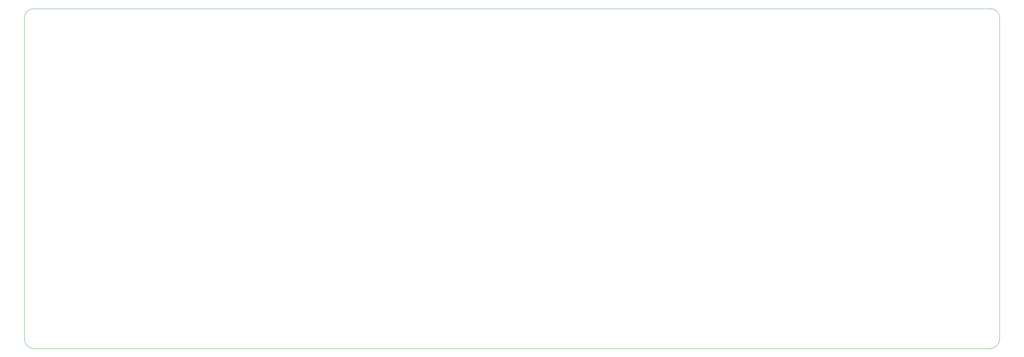
<source format=gm1>
G04 #@! TF.GenerationSoftware,KiCad,Pcbnew,(5.1.5)-3*
G04 #@! TF.CreationDate,2020-04-02T19:29:18+02:00*
G04 #@! TF.ProjectId,plate_bot,706c6174-655f-4626-9f74-2e6b69636164,rev?*
G04 #@! TF.SameCoordinates,Original*
G04 #@! TF.FileFunction,Profile,NP*
%FSLAX46Y46*%
G04 Gerber Fmt 4.6, Leading zero omitted, Abs format (unit mm)*
G04 Created by KiCad (PCBNEW (5.1.5)-3) date 2020-04-02 19:29:18*
%MOMM*%
%LPD*%
G04 APERTURE LIST*
%ADD10C,0.050000*%
G04 APERTURE END LIST*
D10*
X114999500Y-212533500D02*
G75*
G02X112586500Y-210120500I0J2413000D01*
G01*
X375982500Y-210120500D02*
G75*
G02X373569500Y-212533500I-2413000J0D01*
G01*
X373569500Y-120587500D02*
G75*
G02X375982500Y-123000500I0J-2413000D01*
G01*
X112585686Y-123064000D02*
G75*
G02X114999500Y-120587500I2477314J0D01*
G01*
X112586500Y-210120500D02*
X112586500Y-123064000D01*
X373569500Y-212533500D02*
X114999500Y-212533500D01*
X375982500Y-123000500D02*
X375982500Y-210120500D01*
X114999500Y-120587500D02*
X373569500Y-120587500D01*
M02*

</source>
